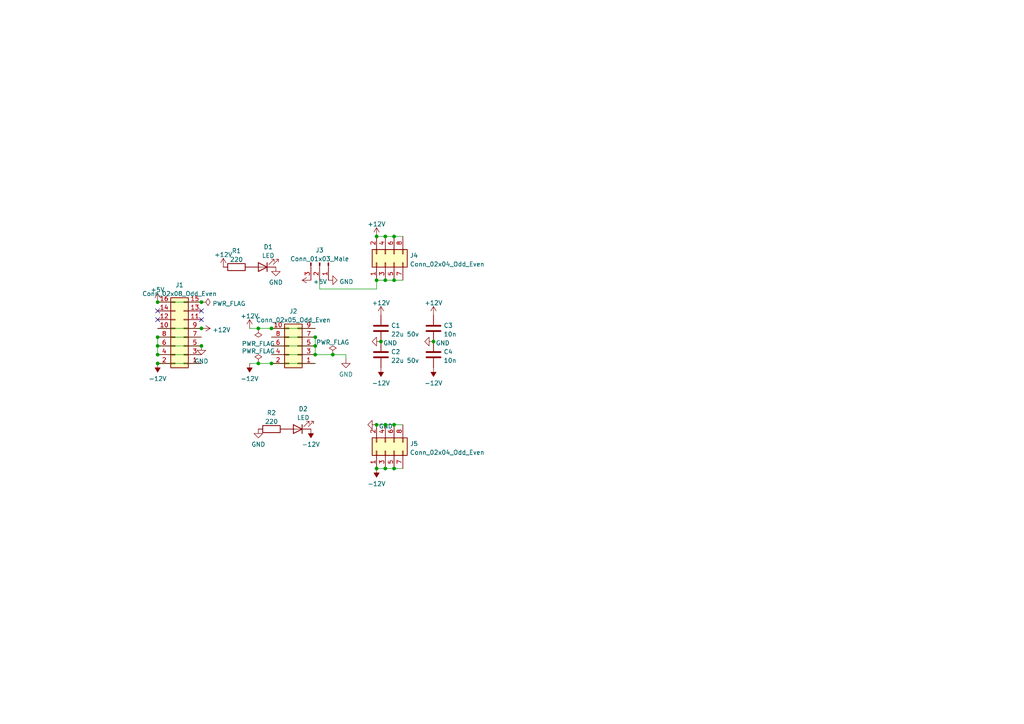
<source format=kicad_sch>
(kicad_sch (version 20230121) (generator eeschema)
  (paper "A4")
  (lib_symbols
    (symbol "Connector:Conn_01x03_Male" (pin_names (offset 1.016) hide)
      (property "Reference" "J" (at 0 5.08 0))
      (property "Value" "Conn_01x03_Male" (at 0 -5.08 0))
      (symbol "Conn_01x03_Male_1_1"
        (polyline (pts (xy 1.27 -2.54) (xy 0.8636 -2.54)) (stroke (width 0.1524)))
        (polyline (pts (xy 1.27 0) (xy 0.8636 0)) (stroke (width 0.1524)))
        (polyline (pts (xy 1.27 2.54) (xy 0.8636 2.54)) (stroke (width 0.1524)))
        (rectangle (start 0.8636 -2.413) (end 0 -2.667) (stroke (width 0.1524)) (fill (type outline)))
        (rectangle (start 0.8636 0.127) (end 0 -0.127) (stroke (width 0.1524)) (fill (type outline)))
        (rectangle (start 0.8636 2.667) (end 0 2.413) (stroke (width 0.1524)) (fill (type outline)))
        (pin passive line (at 5.08 2.54 180) (length 3.81) (name "Pin_1") (number "1"))
        (pin passive line (at 5.08 0 180) (length 3.81) (name "Pin_2") (number "2"))
        (pin passive line (at 5.08 -2.54 180) (length 3.81) (name "Pin_3") (number "3"))
      )
    )
    (symbol "Connector_Generic:Conn_02x04_Odd_Even" (pin_names (offset 1.016) hide)
      (property "Reference" "J" (at 1.27 5.08 0))
      (property "Value" "Conn_02x04_Odd_Even" (at 1.27 -7.62 0))
      (symbol "Conn_02x04_Odd_Even_1_1"
        (rectangle (start -1.27 -4.953) (end 0 -5.207) (stroke (width 0.1524)))
        (rectangle (start -1.27 -2.413) (end 0 -2.667) (stroke (width 0.1524)))
        (rectangle (start -1.27 0.127) (end 0 -0.127) (stroke (width 0.1524)))
        (rectangle (start -1.27 2.667) (end 0 2.413) (stroke (width 0.1524)))
        (rectangle (start -1.27 3.81) (end 3.81 -6.35) (stroke (width 0.254)) (fill (type background)))
        (rectangle (start 3.81 -4.953) (end 2.54 -5.207) (stroke (width 0.1524)))
        (rectangle (start 3.81 -2.413) (end 2.54 -2.667) (stroke (width 0.1524)))
        (rectangle (start 3.81 0.127) (end 2.54 -0.127) (stroke (width 0.1524)))
        (rectangle (start 3.81 2.667) (end 2.54 2.413) (stroke (width 0.1524)))
        (pin passive line (at -5.08 2.54 0) (length 3.81) (name "Pin_1") (number "1"))
        (pin passive line (at 7.62 2.54 180) (length 3.81) (name "Pin_2") (number "2"))
        (pin passive line (at -5.08 0 0) (length 3.81) (name "Pin_3") (number "3"))
        (pin passive line (at 7.62 0 180) (length 3.81) (name "Pin_4") (number "4"))
        (pin passive line (at -5.08 -2.54 0) (length 3.81) (name "Pin_5") (number "5"))
        (pin passive line (at 7.62 -2.54 180) (length 3.81) (name "Pin_6") (number "6"))
        (pin passive line (at -5.08 -5.08 0) (length 3.81) (name "Pin_7") (number "7"))
        (pin passive line (at 7.62 -5.08 180) (length 3.81) (name "Pin_8") (number "8"))
      )
    )
    (symbol "Connector_Generic:Conn_02x05_Odd_Even" (pin_names (offset 1.016) hide)
      (property "Reference" "J" (at 1.27 7.62 0))
      (property "Value" "Conn_02x05_Odd_Even" (at 1.27 -7.62 0))
      (symbol "Conn_02x05_Odd_Even_1_1"
        (rectangle (start -1.27 -4.953) (end 0 -5.207) (stroke (width 0.1524)))
        (rectangle (start -1.27 -2.413) (end 0 -2.667) (stroke (width 0.1524)))
        (rectangle (start -1.27 0.127) (end 0 -0.127) (stroke (width 0.1524)))
        (rectangle (start -1.27 2.667) (end 0 2.413) (stroke (width 0.1524)))
        (rectangle (start -1.27 5.207) (end 0 4.953) (stroke (width 0.1524)))
        (rectangle (start -1.27 6.35) (end 3.81 -6.35) (stroke (width 0.254)) (fill (type background)))
        (rectangle (start 3.81 -4.953) (end 2.54 -5.207) (stroke (width 0.1524)))
        (rectangle (start 3.81 -2.413) (end 2.54 -2.667) (stroke (width 0.1524)))
        (rectangle (start 3.81 0.127) (end 2.54 -0.127) (stroke (width 0.1524)))
        (rectangle (start 3.81 2.667) (end 2.54 2.413) (stroke (width 0.1524)))
        (rectangle (start 3.81 5.207) (end 2.54 4.953) (stroke (width 0.1524)))
        (pin passive line (at -5.08 5.08 0) (length 3.81) (name "Pin_1") (number "1"))
        (pin passive line (at 7.62 -5.08 180) (length 3.81) (name "Pin_10") (number "10"))
        (pin passive line (at 7.62 5.08 180) (length 3.81) (name "Pin_2") (number "2"))
        (pin passive line (at -5.08 2.54 0) (length 3.81) (name "Pin_3") (number "3"))
        (pin passive line (at 7.62 2.54 180) (length 3.81) (name "Pin_4") (number "4"))
        (pin passive line (at -5.08 0 0) (length 3.81) (name "Pin_5") (number "5"))
        (pin passive line (at 7.62 0 180) (length 3.81) (name "Pin_6") (number "6"))
        (pin passive line (at -5.08 -2.54 0) (length 3.81) (name "Pin_7") (number "7"))
        (pin passive line (at 7.62 -2.54 180) (length 3.81) (name "Pin_8") (number "8"))
        (pin passive line (at -5.08 -5.08 0) (length 3.81) (name "Pin_9") (number "9"))
      )
    )
    (symbol "Connector_Generic:Conn_02x08_Odd_Even" (pin_names (offset 1.016) hide)
      (property "Reference" "J" (at 1.27 10.16 0))
      (property "Value" "Conn_02x08_Odd_Even" (at 1.27 -12.7 0))
      (symbol "Conn_02x08_Odd_Even_1_1"
        (rectangle (start -1.27 -10.033) (end 0 -10.287) (stroke (width 0.1524)))
        (rectangle (start -1.27 -7.493) (end 0 -7.747) (stroke (width 0.1524)))
        (rectangle (start -1.27 -4.953) (end 0 -5.207) (stroke (width 0.1524)))
        (rectangle (start -1.27 -2.413) (end 0 -2.667) (stroke (width 0.1524)))
        (rectangle (start -1.27 0.127) (end 0 -0.127) (stroke (width 0.1524)))
        (rectangle (start -1.27 2.667) (end 0 2.413) (stroke (width 0.1524)))
        (rectangle (start -1.27 5.207) (end 0 4.953) (stroke (width 0.1524)))
        (rectangle (start -1.27 7.747) (end 0 7.493) (stroke (width 0.1524)))
        (rectangle (start -1.27 8.89) (end 3.81 -11.43) (stroke (width 0.254)) (fill (type background)))
        (rectangle (start 3.81 -10.033) (end 2.54 -10.287) (stroke (width 0.1524)))
        (rectangle (start 3.81 -7.493) (end 2.54 -7.747) (stroke (width 0.1524)))
        (rectangle (start 3.81 -4.953) (end 2.54 -5.207) (stroke (width 0.1524)))
        (rectangle (start 3.81 -2.413) (end 2.54 -2.667) (stroke (width 0.1524)))
        (rectangle (start 3.81 0.127) (end 2.54 -0.127) (stroke (width 0.1524)))
        (rectangle (start 3.81 2.667) (end 2.54 2.413) (stroke (width 0.1524)))
        (rectangle (start 3.81 5.207) (end 2.54 4.953) (stroke (width 0.1524)))
        (rectangle (start 3.81 7.747) (end 2.54 7.493) (stroke (width 0.1524)))
        (pin passive line (at -5.08 7.62 0) (length 3.81) (name "Pin_1") (number "1"))
        (pin passive line (at 7.62 -2.54 180) (length 3.81) (name "Pin_10") (number "10"))
        (pin passive line (at -5.08 -5.08 0) (length 3.81) (name "Pin_11") (number "11"))
        (pin passive line (at 7.62 -5.08 180) (length 3.81) (name "Pin_12") (number "12"))
        (pin passive line (at -5.08 -7.62 0) (length 3.81) (name "Pin_13") (number "13"))
        (pin passive line (at 7.62 -7.62 180) (length 3.81) (name "Pin_14") (number "14"))
        (pin passive line (at -5.08 -10.16 0) (length 3.81) (name "Pin_15") (number "15"))
        (pin passive line (at 7.62 -10.16 180) (length 3.81) (name "Pin_16") (number "16"))
        (pin passive line (at 7.62 7.62 180) (length 3.81) (name "Pin_2") (number "2"))
        (pin passive line (at -5.08 5.08 0) (length 3.81) (name "Pin_3") (number "3"))
        (pin passive line (at 7.62 5.08 180) (length 3.81) (name "Pin_4") (number "4"))
        (pin passive line (at -5.08 2.54 0) (length 3.81) (name "Pin_5") (number "5"))
        (pin passive line (at 7.62 2.54 180) (length 3.81) (name "Pin_6") (number "6"))
        (pin passive line (at -5.08 0 0) (length 3.81) (name "Pin_7") (number "7"))
        (pin passive line (at 7.62 0 180) (length 3.81) (name "Pin_8") (number "8"))
        (pin passive line (at -5.08 -2.54 0) (length 3.81) (name "Pin_9") (number "9"))
      )
    )
    (symbol "Device:C" (pin_numbers hide) (pin_names (offset 0.254))
      (property "Reference" "C" (at 0.635 2.54 0))
      (property "Value" "C" (at 0.635 -2.54 0))
      (symbol "C_0_1"
        (polyline (pts (xy -2.032 -0.762) (xy 2.032 -0.762)) (stroke (width 0.508)))
        (polyline (pts (xy -2.032 0.762) (xy 2.032 0.762)) (stroke (width 0.508)))
      )
      (symbol "C_1_1"
        (pin passive line (at 0 3.81 270) (length 2.794) (name "~") (number "1"))
        (pin passive line (at 0 -3.81 90) (length 2.794) (name "~") (number "2"))
      )
    )
    (symbol "Device:LED" (pin_numbers hide) (pin_names (offset 1.016) hide)
      (property "Reference" "D" (at 0 2.54 0))
      (property "Value" "LED" (at 0 -2.54 0))
      (symbol "LED_0_1"
        (polyline (pts (xy -1.27 -1.27) (xy -1.27 1.27)) (stroke (width 0.254)))
        (polyline (pts (xy -1.27 0) (xy 1.27 0)))
        (polyline (pts (xy 1.27 -1.27) (xy 1.27 1.27) (xy -1.27 0) (xy 1.27 -1.27)) (stroke (width 0.254)))
        (polyline (pts (xy -3.048 -0.762) (xy -4.572 -2.286) (xy -3.81 -2.286) (xy -4.572 -2.286) (xy -4.572 -1.524)))
        (polyline (pts (xy -1.778 -0.762) (xy -3.302 -2.286) (xy -2.54 -2.286) (xy -3.302 -2.286) (xy -3.302 -1.524)))
      )
      (symbol "LED_1_1"
        (pin passive line (at -3.81 0 0) (length 2.54) (name "K") (number "1"))
        (pin passive line (at 3.81 0 180) (length 2.54) (name "A") (number "2"))
      )
    )
    (symbol "Device:R" (pin_numbers hide) (pin_names (offset 0))
      (property "Reference" "R" (at 2.032 0 90))
      (property "Value" "R" (at 0 0 90))
      (symbol "R_0_1"
        (rectangle (start -1.016 -2.54) (end 1.016 2.54) (stroke (width 0.254)))
      )
      (symbol "R_1_1"
        (pin passive line (at 0 3.81 270) (length 1.27) (name "~") (number "1"))
        (pin passive line (at 0 -3.81 90) (length 1.27) (name "~") (number "2"))
      )
    )
    (symbol "power:+12V" (power) (pin_names (offset 0))
      (property "Value" "+12V" (at 0 3.556 0))
      (symbol "+12V_0_1"
        (polyline (pts (xy -0.762 1.27) (xy 0 2.54)))
        (polyline (pts (xy 0 0) (xy 0 2.54)))
        (polyline (pts (xy 0 2.54) (xy 0.762 1.27)))
      )
      (symbol "+12V_1_1"
        (pin power_in line (at 0 0 90) (length 0) hide (name "+12V") (number "1"))
      )
    )
    (symbol "power:+5V" (power) (pin_names (offset 0))
      (property "Value" "+5V" (at 0 3.556 0))
      (symbol "+5V_0_1"
        (polyline (pts (xy -0.762 1.27) (xy 0 2.54)))
        (polyline (pts (xy 0 0) (xy 0 2.54)))
        (polyline (pts (xy 0 2.54) (xy 0.762 1.27)))
      )
      (symbol "+5V_1_1"
        (pin power_in line (at 0 0 90) (length 0) hide (name "+5V") (number "1"))
      )
    )
    (symbol "power:-12V" (power) (pin_names (offset 0))
      (property "Value" "-12V" (at 0 3.81 0))
      (symbol "-12V_0_0"
        (pin power_in line (at 0 0 90) (length 0) hide (name "-12V") (number "1"))
      )
      (symbol "-12V_0_1"
        (polyline (pts (xy 0 0) (xy 0 1.27) (xy 0.762 1.27) (xy 0 2.54) (xy -0.762 1.27) (xy 0 1.27)) (fill (type outline)))
      )
    )
    (symbol "power:GND" (power) (pin_names (offset 0))
      (property "Value" "GND" (at 0 -3.81 0))
      (symbol "GND_0_1"
        (polyline (pts (xy 0 0) (xy 0 -1.27) (xy 1.27 -1.27) (xy 0 -2.54) (xy -1.27 -1.27) (xy 0 -1.27)))
      )
      (symbol "GND_1_1"
        (pin power_in line (at 0 0 270) (length 0) hide (name "GND") (number "1"))
      )
    )
    (symbol "power:PWR_FLAG" (power) (pin_numbers hide) (pin_names (offset 0) hide)
      (property "Value" "PWR_FLAG" (at 0 3.81 0))
      (symbol "PWR_FLAG_0_0"
        (pin power_out line (at 0 0 90) (length 0) (name "pwr") (number "1"))
      )
      (symbol "PWR_FLAG_0_1"
        (polyline (pts (xy 0 0) (xy 0 1.27) (xy -1.016 1.905) (xy 0 2.54) (xy 1.016 1.905) (xy 0 1.27)))
      )
    )
  )
  (junction (at 114.3 135.89))
  (junction (at 111.76 81.28))
  (junction (at 45.72 105.41))
  (junction (at 45.72 100.33))
  (junction (at 114.3 123.19))
  (junction (at 111.76 123.19))
  (junction (at 96.52 102.87))
  (junction (at 58.42 87.63))
  (junction (at 109.22 81.28))
  (junction (at 45.72 97.79))
  (junction (at 125.73 99.06))
  (junction (at 58.42 95.25))
  (junction (at 74.93 105.41))
  (junction (at 111.76 135.89))
  (junction (at 58.42 100.33))
  (junction (at 109.22 123.19))
  (junction (at 109.22 135.89))
  (junction (at 45.72 102.87))
  (junction (at 91.44 100.33))
  (junction (at 114.3 81.28))
  (junction (at 114.3 68.58))
  (junction (at 109.22 68.58))
  (junction (at 91.44 97.79))
  (junction (at 74.93 95.25))
  (junction (at 91.44 102.87))
  (junction (at 78.74 105.41))
  (junction (at 78.74 95.25))
  (junction (at 110.49 99.06))
  (junction (at 111.76 68.58))
  (junction (at 45.72 87.63))
  (no_connect (at 45.72 90.17))
  (no_connect (at 58.42 90.17))
  (no_connect (at 58.42 92.71))
  (no_connect (at 45.72 92.71))
  (wire (pts (xy 45.72 102.87) (xy 58.42 102.87)))
  (wire (pts (xy 111.76 68.58) (xy 114.3 68.58)))
  (wire (pts (xy 96.52 102.87) (xy 100.33 102.87)))
  (wire (pts (xy 91.44 100.33) (xy 78.74 100.33)))
  (wire (pts (xy 109.22 135.89) (xy 111.76 135.89)))
  (wire (pts (xy 72.39 95.25) (xy 74.93 95.25)))
  (wire (pts (xy 91.44 100.33) (xy 91.44 102.87)))
  (wire (pts (xy 111.76 135.89) (xy 114.3 135.89)))
  (wire (pts (xy 91.44 102.87) (xy 96.52 102.87)))
  (wire (pts (xy 74.93 105.41) (xy 78.74 105.41)))
  (wire (pts (xy 100.33 102.87) (xy 100.33 104.14)))
  (wire (pts (xy 109.22 83.82) (xy 109.22 81.28)))
  (wire (pts (xy 91.44 97.79) (xy 91.44 100.33)))
  (wire (pts (xy 114.3 135.89) (xy 116.84 135.89)))
  (wire (pts (xy 45.72 97.79) (xy 58.42 97.79)))
  (wire (pts (xy 114.3 68.58) (xy 116.84 68.58)))
  (wire (pts (xy 45.72 97.79) (xy 45.72 100.33)))
  (wire (pts (xy 45.72 87.63) (xy 58.42 87.63)))
  (wire (pts (xy 45.72 95.25) (xy 58.42 95.25)))
  (wire (pts (xy 109.22 81.28) (xy 111.76 81.28)))
  (wire (pts (xy 114.3 123.19) (xy 116.84 123.19)))
  (wire (pts (xy 91.44 95.25) (xy 78.74 95.25)))
  (wire (pts (xy 92.71 83.82) (xy 109.22 83.82)))
  (wire (pts (xy 91.44 105.41) (xy 78.74 105.41)))
  (wire (pts (xy 92.71 81.28) (xy 92.71 83.82)))
  (wire (pts (xy 91.44 97.79) (xy 78.74 97.79)))
  (wire (pts (xy 111.76 123.19) (xy 114.3 123.19)))
  (wire (pts (xy 74.93 95.25) (xy 78.74 95.25)))
  (wire (pts (xy 91.44 102.87) (xy 78.74 102.87)))
  (wire (pts (xy 72.39 105.41) (xy 74.93 105.41)))
  (wire (pts (xy 111.76 81.28) (xy 114.3 81.28)))
  (wire (pts (xy 109.22 68.58) (xy 111.76 68.58)))
  (wire (pts (xy 109.22 123.19) (xy 111.76 123.19)))
  (wire (pts (xy 45.72 100.33) (xy 58.42 100.33)))
  (wire (pts (xy 114.3 81.28) (xy 116.84 81.28)))
  (wire (pts (xy 45.72 105.41) (xy 58.42 105.41)))
  (wire (pts (xy 45.72 100.33) (xy 45.72 102.87)))
  (symbol (lib_id "Device:C") (at 125.73 102.87 0) (unit 1)
    (property "Reference" "C4" (at 128.651 102.0353 0) (effects (justify left)))
    (property "Value" "10n" (at 128.651 104.5722 0) (effects (justify left)))
    (property "Footprint" "Capacitor_SMD:C_0805_2012Metric" (effects hide))
  )
  (symbol (lib_id "Device:R") (at 68.58 77.47 90) (unit 1)
    (property "Reference" "R1" (at 68.58 72.7542 90))
    (property "Value" "220" (at 68.58 75.2911 90))
    (property "Footprint" "Resistor_THT:R_Axial_DIN0207_L6.3mm_D2.5mm_P2.54mm_Vertical" (effects hide))
  )
  (symbol (lib_id "power:PWR_FLAG") (at 58.42 87.63 270) (unit 1)
    (property "Reference" "#FLG0101" (effects hide))
    (property "Value" "PWR_FLAG" (at 61.595 88.0638 90) (effects (justify left)))
  )
  (symbol (lib_id "Connector:Conn_01x03_Male") (at 92.71 76.2 270) (unit 1)
    (property "Reference" "J3" (at 92.71 72.551 90))
    (property "Value" "Conn_01x03_Male" (at 92.71 75.0879 90))
    (property "Footprint" "Connector_PinHeader_2.54mm:PinHeader_1x03_P2.54mm_Vertical" (effects hide))
  )
  (symbol (lib_id "power:+12V") (at 109.22 68.58 0) (unit 1)
    (property "Reference" "#PWR014" (effects hide))
    (property "Value" "+12V" (at 109.22 65.0042 0))
  )
  (symbol (lib_id "power:+12V") (at 72.39 95.25 0) (unit 1)
    (property "Reference" "#PWR06" (effects hide))
    (property "Value" "+12V" (at 72.39 91.6742 0))
  )
  (symbol (lib_id "power:-12V") (at 125.73 106.68 180) (unit 1)
    (property "Reference" "#PWR022" (effects hide))
    (property "Value" "-12V" (at 125.73 111.1234 0))
  )
  (symbol (lib_id "power:GND") (at 74.93 124.46 0) (unit 1)
    (property "Reference" "#PWR08" (effects hide))
    (property "Value" "GND" (at 74.93 128.9034 0))
  )
  (symbol (lib_id "power:-12V") (at 110.49 106.68 180) (unit 1)
    (property "Reference" "#PWR019" (effects hide))
    (property "Value" "-12V" (at 110.49 111.1234 0))
  )
  (symbol (lib_id "power:+5V") (at 90.17 81.28 90) (unit 1)
    (property "Reference" "#PWR010" (effects hide))
    (property "Value" "+5V" (at 90.805 81.7138 90) (effects (justify right)))
  )
  (symbol (lib_id "power:GND") (at 58.42 100.33 0) (unit 1)
    (property "Reference" "#PWR04" (effects hide))
    (property "Value" "GND" (at 58.42 104.7734 0))
  )
  (symbol (lib_id "power:+12V") (at 58.42 95.25 270) (unit 1)
    (property "Reference" "#PWR03" (effects hide))
    (property "Value" "+12V" (at 61.595 95.6838 90) (effects (justify left)))
  )
  (symbol (lib_id "power:+12V") (at 110.49 91.44 0) (unit 1)
    (property "Reference" "#PWR017" (effects hide))
    (property "Value" "+12V" (at 110.49 87.8642 0))
  )
  (symbol (lib_id "power:-12V") (at 72.39 105.41 180) (unit 1)
    (property "Reference" "#PWR07" (effects hide))
    (property "Value" "-12V" (at 72.39 109.8534 0))
  )
  (symbol (lib_id "power:GND") (at 95.25 81.28 90) (unit 1)
    (property "Reference" "#PWR012" (effects hide))
    (property "Value" "GND" (at 98.425 81.7138 90) (effects (justify right)))
  )
  (symbol (lib_id "Device:LED") (at 76.2 77.47 180) (unit 1)
    (property "Reference" "D1" (at 77.7875 71.6112 0))
    (property "Value" "LED" (at 77.7875 74.1481 0))
    (property "Footprint" "LED_THT:LED_D5.0mm" (effects hide))
  )
  (symbol (lib_id "Connector_Generic:Conn_02x04_Odd_Even") (at 111.76 76.2 90) (unit 1)
    (property "Reference" "J4" (at 118.872 74.0953 90) (effects (justify right)))
    (property "Value" "Conn_02x04_Odd_Even" (at 118.872 76.6322 90) (effects (justify right)))
    (property "Footprint" "Connector_PinHeader_2.54mm:PinHeader_2x04_P2.54mm_Vertical" (effects hide))
    (property "Vendor" "Tayda" (effects hide))
    (property "PartNum" "A-198" (effects hide))
  )
  (symbol (lib_id "power:+12V") (at 64.77 77.47 0) (unit 1)
    (property "Reference" "#PWR05" (effects hide))
    (property "Value" "+12V" (at 64.77 73.8942 0))
  )
  (symbol (lib_id "power:-12V") (at 90.17 124.46 180) (unit 1)
    (property "Reference" "#PWR011" (effects hide))
    (property "Value" "-12V" (at 90.17 128.9034 0))
  )
  (symbol (lib_id "power:GND") (at 109.22 123.19 270) (unit 1)
    (property "Reference" "#PWR015" (effects hide))
    (property "Value" "GND" (at 109.855 123.6238 90) (effects (justify left)))
  )
  (symbol (lib_id "power:GND") (at 110.49 99.06 270) (unit 1)
    (property "Reference" "#PWR018" (effects hide))
    (property "Value" "GND" (at 111.125 99.4938 90) (effects (justify left)))
  )
  (symbol (lib_id "power:PWR_FLAG") (at 96.52 102.87 0) (unit 1)
    (property "Reference" "#FLG03" (effects hide))
    (property "Value" "PWR_FLAG" (at 96.52 99.2942 0))
  )
  (symbol (lib_id "power:GND") (at 80.01 77.47 0) (unit 1)
    (property "Reference" "#PWR09" (effects hide))
    (property "Value" "GND" (at 80.01 81.9134 0))
  )
  (symbol (lib_id "Device:C") (at 110.49 95.25 0) (unit 1)
    (property "Reference" "C1" (at 113.411 94.4153 0) (effects (justify left)))
    (property "Value" "22u 50v" (at 113.411 96.9522 0) (effects (justify left)))
    (property "Footprint" "Capacitor_THT:CP_Radial_D5.0mm_P2.50mm" (effects hide))
  )
  (symbol (lib_id "Device:LED") (at 86.36 124.46 180) (unit 1)
    (property "Reference" "D2" (at 87.9475 118.6012 0))
    (property "Value" "LED" (at 87.9475 121.1381 0))
    (property "Footprint" "LED_THT:LED_D5.0mm" (effects hide))
  )
  (symbol (lib_id "power:+12V") (at 125.73 91.44 0) (unit 1)
    (property "Reference" "#PWR020" (effects hide))
    (property "Value" "+12V" (at 125.73 87.8642 0))
  )
  (symbol (lib_id "Device:R") (at 78.74 124.46 90) (unit 1)
    (property "Reference" "R2" (at 78.74 119.7442 90))
    (property "Value" "220" (at 78.74 122.2811 90))
    (property "Footprint" "Resistor_THT:R_Axial_DIN0207_L6.3mm_D2.5mm_P2.54mm_Vertical" (effects hide))
  )
  (symbol (lib_id "Connector_Generic:Conn_02x04_Odd_Even") (at 111.76 130.81 90) (unit 1)
    (property "Reference" "J5" (at 118.872 128.7053 90) (effects (justify right)))
    (property "Value" "Conn_02x04_Odd_Even" (at 118.872 131.2422 90) (effects (justify right)))
    (property "Footprint" "Connector_PinHeader_2.54mm:PinHeader_2x04_P2.54mm_Vertical" (effects hide))
    (property "Vendor" "Tayda" (effects hide))
    (property "PartNum" "A-198" (effects hide))
  )
  (symbol (lib_id "Connector_Generic:Conn_02x08_Odd_Even") (at 53.34 97.79 180) (unit 1)
    (property "Reference" "J1" (at 52.07 82.6602 0))
    (property "Value" "Conn_02x08_Odd_Even" (at 52.07 85.1971 0))
    (property "Footprint" "Eurorack:PinHeader_2x08_P2.54mm_Vertical" (effects hide))
    (property "Vendor" "Tayda" (effects hide))
    (property "PartNum" "A-2956" (effects hide))
  )
  (symbol (lib_id "Connector_Generic:Conn_02x05_Odd_Even") (at 86.36 100.33 180) (unit 1)
    (property "Reference" "J2" (at 85.09 90.2802 0))
    (property "Value" "Conn_02x05_Odd_Even" (at 85.09 92.8171 0))
    (property "Footprint" "Eurorack:PinHeader_2x05_P2.54mm_Vertical" (effects hide))
    (property "Vendor" "Tayda" (effects hide))
    (property "PartNum" "A-2939" (effects hide))
  )
  (symbol (lib_id "power:-12V") (at 45.72 105.41 180) (unit 1)
    (property "Reference" "#PWR02" (effects hide))
    (property "Value" "-12V" (at 45.72 109.8534 0))
  )
  (symbol (lib_id "power:PWR_FLAG") (at 74.93 95.25 180) (unit 1)
    (property "Reference" "#FLG01" (effects hide))
    (property "Value" "PWR_FLAG" (at 74.93 99.6934 0))
  )
  (symbol (lib_id "power:GND") (at 100.33 104.14 0) (unit 1)
    (property "Reference" "#PWR013" (effects hide))
    (property "Value" "GND" (at 100.33 108.5834 0))
  )
  (symbol (lib_id "Device:C") (at 125.73 95.25 0) (unit 1)
    (property "Reference" "C3" (at 128.651 94.4153 0) (effects (justify left)))
    (property "Value" "10n" (at 128.651 96.9522 0) (effects (justify left)))
    (property "Footprint" "Capacitor_SMD:C_0805_2012Metric" (effects hide))
  )
  (symbol (lib_id "power:+5V") (at 45.72 87.63 0) (unit 1)
    (property "Reference" "#PWR01" (effects hide))
    (property "Value" "+5V" (at 45.72 84.0542 0))
  )
  (symbol (lib_id "power:PWR_FLAG") (at 74.93 105.41 0) (unit 1)
    (property "Reference" "#FLG02" (effects hide))
    (property "Value" "PWR_FLAG" (at 74.93 101.8342 0))
  )
  (symbol (lib_id "power:-12V") (at 109.22 135.89 180) (unit 1)
    (property "Reference" "#PWR016" (effects hide))
    (property "Value" "-12V" (at 109.22 140.3334 0))
  )
  (symbol (lib_id "Device:C") (at 110.49 102.87 0) (unit 1)
    (property "Reference" "C2" (at 113.411 102.0353 0) (effects (justify left)))
    (property "Value" "22u 50v" (at 113.411 104.5722 0) (effects (justify left)))
    (property "Footprint" "Capacitor_THT:CP_Radial_D5.0mm_P2.50mm" (effects hide))
  )
  (symbol (lib_id "power:GND") (at 125.73 99.06 270) (unit 1)
    (property "Reference" "#PWR021" (effects hide))
    (property "Value" "GND" (at 126.365 99.4938 90) (effects (justify left)))
  )
)
</source>
